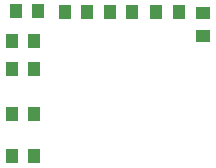
<source format=gbr>
G04 DipTrace 3.1.0.0*
G04 TopPaste.gbr*
%MOMM*%
G04 #@! TF.FileFunction,Paste,Top*
G04 #@! TF.Part,Single*
%ADD35R,1.3X1.1*%
%ADD39R,1.1X1.3*%
%FSLAX35Y35*%
G04*
G71*
G90*
G75*
G01*
G04 TopPaste*
%LPD*%
D39*
X1762393Y2320987D3*
X1572393D3*
X1571500Y2079500D3*
X1761500D3*
X1571500Y1698500D3*
X1761500D3*
X1761743Y1343003D3*
X1571743D3*
X2021560Y2565767D3*
X2211560D3*
X1795013Y2569447D3*
X1605013D3*
D35*
X3193667Y2363857D3*
Y2553857D3*
D39*
X2984597Y2561517D3*
X2794597D3*
X2403553Y2560947D3*
X2593553D3*
M02*

</source>
